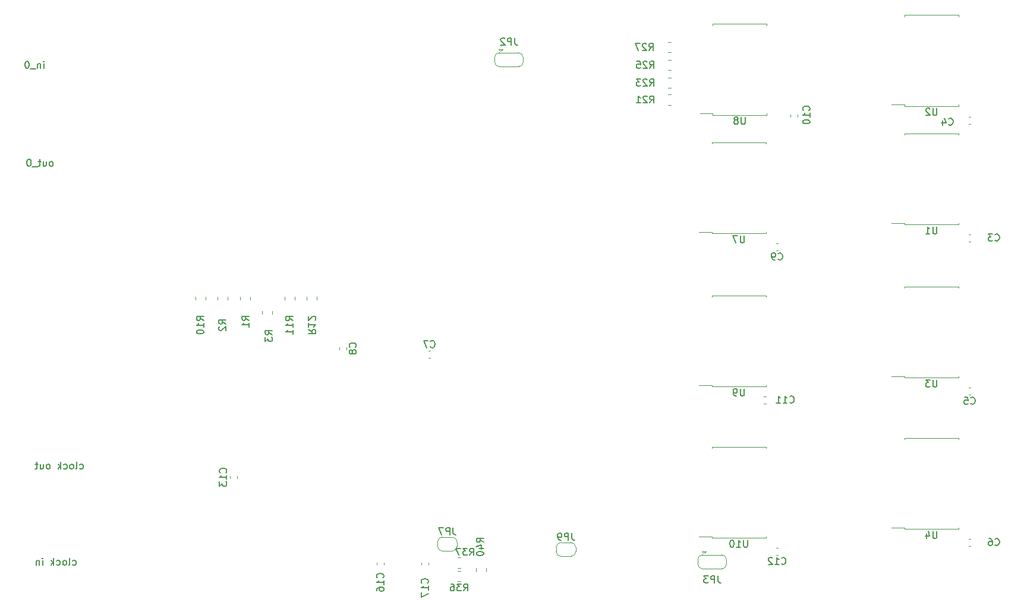
<source format=gbo>
%TF.GenerationSoftware,KiCad,Pcbnew,5.1.10-88a1d61d58~88~ubuntu18.04.1*%
%TF.CreationDate,2022-02-07T17:49:34+01:00*%
%TF.ProjectId,FPGA_buffer_board,46504741-5f62-4756-9666-65725f626f61,v1.4*%
%TF.SameCoordinates,Original*%
%TF.FileFunction,Legend,Bot*%
%TF.FilePolarity,Positive*%
%FSLAX46Y46*%
G04 Gerber Fmt 4.6, Leading zero omitted, Abs format (unit mm)*
G04 Created by KiCad (PCBNEW 5.1.10-88a1d61d58~88~ubuntu18.04.1) date 2022-02-07 17:49:34*
%MOMM*%
%LPD*%
G01*
G04 APERTURE LIST*
%ADD10C,0.150000*%
%ADD11C,0.200000*%
%ADD12C,0.120000*%
G04 APERTURE END LIST*
D10*
X102456952Y-136040761D02*
X102552190Y-136088380D01*
X102742666Y-136088380D01*
X102837904Y-136040761D01*
X102885523Y-135993142D01*
X102933142Y-135897904D01*
X102933142Y-135612190D01*
X102885523Y-135516952D01*
X102837904Y-135469333D01*
X102742666Y-135421714D01*
X102552190Y-135421714D01*
X102456952Y-135469333D01*
X101885523Y-136088380D02*
X101980761Y-136040761D01*
X102028380Y-135945523D01*
X102028380Y-135088380D01*
X101361714Y-136088380D02*
X101456952Y-136040761D01*
X101504571Y-135993142D01*
X101552190Y-135897904D01*
X101552190Y-135612190D01*
X101504571Y-135516952D01*
X101456952Y-135469333D01*
X101361714Y-135421714D01*
X101218857Y-135421714D01*
X101123619Y-135469333D01*
X101076000Y-135516952D01*
X101028380Y-135612190D01*
X101028380Y-135897904D01*
X101076000Y-135993142D01*
X101123619Y-136040761D01*
X101218857Y-136088380D01*
X101361714Y-136088380D01*
X100171238Y-136040761D02*
X100266476Y-136088380D01*
X100456952Y-136088380D01*
X100552190Y-136040761D01*
X100599809Y-135993142D01*
X100647428Y-135897904D01*
X100647428Y-135612190D01*
X100599809Y-135516952D01*
X100552190Y-135469333D01*
X100456952Y-135421714D01*
X100266476Y-135421714D01*
X100171238Y-135469333D01*
X99742666Y-136088380D02*
X99742666Y-135088380D01*
X99647428Y-135707428D02*
X99361714Y-136088380D01*
X99361714Y-135421714D02*
X99742666Y-135802666D01*
X98171238Y-136088380D02*
X98171238Y-135421714D01*
X98171238Y-135088380D02*
X98218857Y-135136000D01*
X98171238Y-135183619D01*
X98123619Y-135136000D01*
X98171238Y-135088380D01*
X98171238Y-135183619D01*
X97695047Y-135421714D02*
X97695047Y-136088380D01*
X97695047Y-135516952D02*
X97647428Y-135469333D01*
X97552190Y-135421714D01*
X97409333Y-135421714D01*
X97314095Y-135469333D01*
X97266476Y-135564571D01*
X97266476Y-136088380D01*
X103464952Y-122324761D02*
X103560190Y-122372380D01*
X103750666Y-122372380D01*
X103845904Y-122324761D01*
X103893523Y-122277142D01*
X103941142Y-122181904D01*
X103941142Y-121896190D01*
X103893523Y-121800952D01*
X103845904Y-121753333D01*
X103750666Y-121705714D01*
X103560190Y-121705714D01*
X103464952Y-121753333D01*
X102893523Y-122372380D02*
X102988761Y-122324761D01*
X103036380Y-122229523D01*
X103036380Y-121372380D01*
X102369714Y-122372380D02*
X102464952Y-122324761D01*
X102512571Y-122277142D01*
X102560190Y-122181904D01*
X102560190Y-121896190D01*
X102512571Y-121800952D01*
X102464952Y-121753333D01*
X102369714Y-121705714D01*
X102226857Y-121705714D01*
X102131619Y-121753333D01*
X102084000Y-121800952D01*
X102036380Y-121896190D01*
X102036380Y-122181904D01*
X102084000Y-122277142D01*
X102131619Y-122324761D01*
X102226857Y-122372380D01*
X102369714Y-122372380D01*
X101179238Y-122324761D02*
X101274476Y-122372380D01*
X101464952Y-122372380D01*
X101560190Y-122324761D01*
X101607809Y-122277142D01*
X101655428Y-122181904D01*
X101655428Y-121896190D01*
X101607809Y-121800952D01*
X101560190Y-121753333D01*
X101464952Y-121705714D01*
X101274476Y-121705714D01*
X101179238Y-121753333D01*
X100750666Y-122372380D02*
X100750666Y-121372380D01*
X100655428Y-121991428D02*
X100369714Y-122372380D01*
X100369714Y-121705714D02*
X100750666Y-122086666D01*
X99036380Y-122372380D02*
X99131619Y-122324761D01*
X99179238Y-122277142D01*
X99226857Y-122181904D01*
X99226857Y-121896190D01*
X99179238Y-121800952D01*
X99131619Y-121753333D01*
X99036380Y-121705714D01*
X98893523Y-121705714D01*
X98798285Y-121753333D01*
X98750666Y-121800952D01*
X98703047Y-121896190D01*
X98703047Y-122181904D01*
X98750666Y-122277142D01*
X98798285Y-122324761D01*
X98893523Y-122372380D01*
X99036380Y-122372380D01*
X97845904Y-121705714D02*
X97845904Y-122372380D01*
X98274476Y-121705714D02*
X98274476Y-122229523D01*
X98226857Y-122324761D01*
X98131619Y-122372380D01*
X97988761Y-122372380D01*
X97893523Y-122324761D01*
X97845904Y-122277142D01*
X97512571Y-121705714D02*
X97131619Y-121705714D01*
X97369714Y-121372380D02*
X97369714Y-122229523D01*
X97322095Y-122324761D01*
X97226857Y-122372380D01*
X97131619Y-122372380D01*
D11*
X98337523Y-65222380D02*
X98337523Y-64555714D01*
X98337523Y-64222380D02*
X98385142Y-64270000D01*
X98337523Y-64317619D01*
X98289904Y-64270000D01*
X98337523Y-64222380D01*
X98337523Y-64317619D01*
X97861333Y-64555714D02*
X97861333Y-65222380D01*
X97861333Y-64650952D02*
X97813714Y-64603333D01*
X97718476Y-64555714D01*
X97575619Y-64555714D01*
X97480380Y-64603333D01*
X97432761Y-64698571D01*
X97432761Y-65222380D01*
X97194666Y-65317619D02*
X96432761Y-65317619D01*
X96004190Y-64222380D02*
X95908952Y-64222380D01*
X95813714Y-64270000D01*
X95766095Y-64317619D01*
X95718476Y-64412857D01*
X95670857Y-64603333D01*
X95670857Y-64841428D01*
X95718476Y-65031904D01*
X95766095Y-65127142D01*
X95813714Y-65174761D01*
X95908952Y-65222380D01*
X96004190Y-65222380D01*
X96099428Y-65174761D01*
X96147047Y-65127142D01*
X96194666Y-65031904D01*
X96242285Y-64841428D01*
X96242285Y-64603333D01*
X96194666Y-64412857D01*
X96147047Y-64317619D01*
X96099428Y-64270000D01*
X96004190Y-64222380D01*
X99456666Y-79192380D02*
X99551904Y-79144761D01*
X99599523Y-79097142D01*
X99647142Y-79001904D01*
X99647142Y-78716190D01*
X99599523Y-78620952D01*
X99551904Y-78573333D01*
X99456666Y-78525714D01*
X99313809Y-78525714D01*
X99218571Y-78573333D01*
X99170952Y-78620952D01*
X99123333Y-78716190D01*
X99123333Y-79001904D01*
X99170952Y-79097142D01*
X99218571Y-79144761D01*
X99313809Y-79192380D01*
X99456666Y-79192380D01*
X98266190Y-78525714D02*
X98266190Y-79192380D01*
X98694761Y-78525714D02*
X98694761Y-79049523D01*
X98647142Y-79144761D01*
X98551904Y-79192380D01*
X98409047Y-79192380D01*
X98313809Y-79144761D01*
X98266190Y-79097142D01*
X97932857Y-78525714D02*
X97551904Y-78525714D01*
X97790000Y-78192380D02*
X97790000Y-79049523D01*
X97742380Y-79144761D01*
X97647142Y-79192380D01*
X97551904Y-79192380D01*
X97456666Y-79287619D02*
X96694761Y-79287619D01*
X96266190Y-78192380D02*
X96170952Y-78192380D01*
X96075714Y-78240000D01*
X96028095Y-78287619D01*
X95980476Y-78382857D01*
X95932857Y-78573333D01*
X95932857Y-78811428D01*
X95980476Y-79001904D01*
X96028095Y-79097142D01*
X96075714Y-79144761D01*
X96170952Y-79192380D01*
X96266190Y-79192380D01*
X96361428Y-79144761D01*
X96409047Y-79097142D01*
X96456666Y-79001904D01*
X96504285Y-78811428D01*
X96504285Y-78573333D01*
X96456666Y-78382857D01*
X96409047Y-78287619D01*
X96361428Y-78240000D01*
X96266190Y-78192380D01*
D12*
X187224936Y-62965000D02*
X187679064Y-62965000D01*
X187224936Y-61495000D02*
X187679064Y-61495000D01*
X187224936Y-65505000D02*
X187679064Y-65505000D01*
X187224936Y-64035000D02*
X187679064Y-64035000D01*
X187224936Y-68045000D02*
X187679064Y-68045000D01*
X187224936Y-66575000D02*
X187679064Y-66575000D01*
X187224936Y-70458000D02*
X187679064Y-70458000D01*
X187224936Y-68988000D02*
X187679064Y-68988000D01*
X172020000Y-134858000D02*
X173420000Y-134858000D01*
X174120000Y-134158000D02*
X174120000Y-133558000D01*
X173420000Y-132858000D02*
X172020000Y-132858000D01*
X171320000Y-133558000D02*
X171320000Y-134158000D01*
X171320000Y-134158000D02*
G75*
G03*
X172020000Y-134858000I700000J0D01*
G01*
X172020000Y-132858000D02*
G75*
G03*
X171320000Y-133558000I0J-700000D01*
G01*
X174120000Y-133558000D02*
G75*
G03*
X173420000Y-132858000I-700000J0D01*
G01*
X173420000Y-134858000D02*
G75*
G03*
X174120000Y-134158000I0J700000D01*
G01*
X157268936Y-135028000D02*
X157723064Y-135028000D01*
X157268936Y-136498000D02*
X157723064Y-136498000D01*
X157268936Y-136933000D02*
X157723064Y-136933000D01*
X157268936Y-138403000D02*
X157723064Y-138403000D01*
X161390000Y-136551936D02*
X161390000Y-137006064D01*
X159920000Y-136551936D02*
X159920000Y-137006064D01*
X155114000Y-134096000D02*
X156514000Y-134096000D01*
X157214000Y-133396000D02*
X157214000Y-132796000D01*
X156514000Y-132096000D02*
X155114000Y-132096000D01*
X154414000Y-132796000D02*
X154414000Y-133396000D01*
X154414000Y-133396000D02*
G75*
G03*
X155114000Y-134096000I700000J0D01*
G01*
X155114000Y-132096000D02*
G75*
G03*
X154414000Y-132796000I0J-700000D01*
G01*
X157214000Y-132796000D02*
G75*
G03*
X156514000Y-132096000I-700000J0D01*
G01*
X156514000Y-134096000D02*
G75*
G03*
X157214000Y-133396000I0J700000D01*
G01*
X193625000Y-71680000D02*
X191810000Y-71680000D01*
X193625000Y-71915000D02*
X193625000Y-71680000D01*
X197485000Y-71915000D02*
X193625000Y-71915000D01*
X201345000Y-71915000D02*
X201345000Y-71680000D01*
X197485000Y-71915000D02*
X201345000Y-71915000D01*
X193625000Y-58895000D02*
X193625000Y-59130000D01*
X197485000Y-58895000D02*
X193625000Y-58895000D01*
X201345000Y-58895000D02*
X201345000Y-59130000D01*
X197485000Y-58895000D02*
X201345000Y-58895000D01*
X224790000Y-96360000D02*
X228650000Y-96360000D01*
X228650000Y-96360000D02*
X228650000Y-96595000D01*
X224790000Y-96360000D02*
X220930000Y-96360000D01*
X220930000Y-96360000D02*
X220930000Y-96595000D01*
X224790000Y-109380000D02*
X228650000Y-109380000D01*
X228650000Y-109380000D02*
X228650000Y-109145000D01*
X224790000Y-109380000D02*
X220930000Y-109380000D01*
X220930000Y-109380000D02*
X220930000Y-109145000D01*
X220930000Y-109145000D02*
X219115000Y-109145000D01*
X224790000Y-117950000D02*
X228650000Y-117950000D01*
X228650000Y-117950000D02*
X228650000Y-118185000D01*
X224790000Y-117950000D02*
X220930000Y-117950000D01*
X220930000Y-117950000D02*
X220930000Y-118185000D01*
X224790000Y-130970000D02*
X228650000Y-130970000D01*
X228650000Y-130970000D02*
X228650000Y-130735000D01*
X224790000Y-130970000D02*
X220930000Y-130970000D01*
X220930000Y-130970000D02*
X220930000Y-130735000D01*
X220930000Y-130735000D02*
X219115000Y-130735000D01*
X192148000Y-136636000D02*
X194948000Y-136636000D01*
X195598000Y-135936000D02*
X195598000Y-135336000D01*
X194948000Y-134636000D02*
X192148000Y-134636000D01*
X191498000Y-135336000D02*
X191498000Y-135936000D01*
X192348000Y-134436000D02*
X192048000Y-134136000D01*
X192048000Y-134136000D02*
X192648000Y-134136000D01*
X192348000Y-134436000D02*
X192648000Y-134136000D01*
X194898000Y-136636000D02*
G75*
G03*
X195598000Y-135936000I0J700000D01*
G01*
X195598000Y-135336000D02*
G75*
G03*
X194898000Y-134636000I-700000J0D01*
G01*
X192198000Y-134636000D02*
G75*
G03*
X191498000Y-135336000I0J-700000D01*
G01*
X191498000Y-135936000D02*
G75*
G03*
X192198000Y-136636000I700000J0D01*
G01*
X197358000Y-75786000D02*
X201218000Y-75786000D01*
X201218000Y-75786000D02*
X201218000Y-76021000D01*
X197358000Y-75786000D02*
X193498000Y-75786000D01*
X193498000Y-75786000D02*
X193498000Y-76021000D01*
X197358000Y-88806000D02*
X201218000Y-88806000D01*
X201218000Y-88806000D02*
X201218000Y-88571000D01*
X197358000Y-88806000D02*
X193498000Y-88806000D01*
X193498000Y-88806000D02*
X193498000Y-88571000D01*
X193498000Y-88571000D02*
X191683000Y-88571000D01*
X193498000Y-110415000D02*
X191683000Y-110415000D01*
X193498000Y-110650000D02*
X193498000Y-110415000D01*
X197358000Y-110650000D02*
X193498000Y-110650000D01*
X201218000Y-110650000D02*
X201218000Y-110415000D01*
X197358000Y-110650000D02*
X201218000Y-110650000D01*
X193498000Y-97630000D02*
X193498000Y-97865000D01*
X197358000Y-97630000D02*
X193498000Y-97630000D01*
X201218000Y-97630000D02*
X201218000Y-97865000D01*
X197358000Y-97630000D02*
X201218000Y-97630000D01*
X193498000Y-132005000D02*
X191683000Y-132005000D01*
X193498000Y-132240000D02*
X193498000Y-132005000D01*
X197358000Y-132240000D02*
X193498000Y-132240000D01*
X201218000Y-132240000D02*
X201218000Y-132005000D01*
X197358000Y-132240000D02*
X201218000Y-132240000D01*
X193498000Y-119220000D02*
X193498000Y-119455000D01*
X197358000Y-119220000D02*
X193498000Y-119220000D01*
X201218000Y-119220000D02*
X201218000Y-119455000D01*
X197358000Y-119220000D02*
X201218000Y-119220000D01*
X163192000Y-65008000D02*
X165992000Y-65008000D01*
X166642000Y-64308000D02*
X166642000Y-63708000D01*
X165992000Y-63008000D02*
X163192000Y-63008000D01*
X162542000Y-63708000D02*
X162542000Y-64308000D01*
X163392000Y-62808000D02*
X163092000Y-62508000D01*
X163092000Y-62508000D02*
X163692000Y-62508000D01*
X163392000Y-62808000D02*
X163692000Y-62508000D01*
X162542000Y-64308000D02*
G75*
G03*
X163242000Y-65008000I700000J0D01*
G01*
X163242000Y-63008000D02*
G75*
G03*
X162542000Y-63708000I0J-700000D01*
G01*
X166642000Y-63708000D02*
G75*
G03*
X165942000Y-63008000I-700000J0D01*
G01*
X165942000Y-65008000D02*
G75*
G03*
X166642000Y-64308000I0J700000D01*
G01*
X220930000Y-87301000D02*
X219115000Y-87301000D01*
X220930000Y-87536000D02*
X220930000Y-87301000D01*
X224790000Y-87536000D02*
X220930000Y-87536000D01*
X228650000Y-87536000D02*
X228650000Y-87301000D01*
X224790000Y-87536000D02*
X228650000Y-87536000D01*
X220930000Y-74516000D02*
X220930000Y-74751000D01*
X224790000Y-74516000D02*
X220930000Y-74516000D01*
X228650000Y-74516000D02*
X228650000Y-74751000D01*
X224790000Y-74516000D02*
X228650000Y-74516000D01*
X220930000Y-70410000D02*
X219115000Y-70410000D01*
X220930000Y-70645000D02*
X220930000Y-70410000D01*
X224790000Y-70645000D02*
X220930000Y-70645000D01*
X228650000Y-70645000D02*
X228650000Y-70410000D01*
X224790000Y-70645000D02*
X228650000Y-70645000D01*
X220930000Y-57625000D02*
X220930000Y-57860000D01*
X224790000Y-57625000D02*
X220930000Y-57625000D01*
X228650000Y-57625000D02*
X228650000Y-57860000D01*
X224790000Y-57625000D02*
X228650000Y-57625000D01*
X202646233Y-91188000D02*
X202938767Y-91188000D01*
X202646233Y-90168000D02*
X202938767Y-90168000D01*
X204722000Y-71836233D02*
X204722000Y-72128767D01*
X205742000Y-71836233D02*
X205742000Y-72128767D01*
X201213767Y-112012000D02*
X200921233Y-112012000D01*
X201213767Y-113032000D02*
X200921233Y-113032000D01*
X202646233Y-133602000D02*
X202938767Y-133602000D01*
X202646233Y-134622000D02*
X202938767Y-134622000D01*
X145794000Y-136009767D02*
X145794000Y-135717233D01*
X146814000Y-136009767D02*
X146814000Y-135717233D01*
X152144000Y-136009767D02*
X152144000Y-135717233D01*
X153164000Y-136009767D02*
X153164000Y-135717233D01*
X124839000Y-123398233D02*
X124839000Y-123690767D01*
X125859000Y-123398233D02*
X125859000Y-123690767D01*
X230078233Y-88898000D02*
X230370767Y-88898000D01*
X230078233Y-89918000D02*
X230370767Y-89918000D01*
X230078233Y-73154000D02*
X230370767Y-73154000D01*
X230078233Y-72134000D02*
X230370767Y-72134000D01*
X230078233Y-111762000D02*
X230370767Y-111762000D01*
X230078233Y-110742000D02*
X230370767Y-110742000D01*
X230078233Y-132332000D02*
X230370767Y-132332000D01*
X230078233Y-133352000D02*
X230370767Y-133352000D01*
X153408767Y-105535000D02*
X153116233Y-105535000D01*
X153408767Y-106555000D02*
X153116233Y-106555000D01*
X140460000Y-105328767D02*
X140460000Y-105036233D01*
X141480000Y-105328767D02*
X141480000Y-105036233D01*
X127735000Y-98287064D02*
X127735000Y-97832936D01*
X126265000Y-98287064D02*
X126265000Y-97832936D01*
X123090000Y-98287064D02*
X123090000Y-97832936D01*
X124560000Y-98287064D02*
X124560000Y-97832936D01*
X129440000Y-99832936D02*
X129440000Y-100287064D01*
X130910000Y-99832936D02*
X130910000Y-100287064D01*
X119915000Y-98287064D02*
X119915000Y-97832936D01*
X121385000Y-98287064D02*
X121385000Y-97832936D01*
X134085000Y-98287064D02*
X134085000Y-97832936D01*
X132615000Y-98287064D02*
X132615000Y-97832936D01*
X135790000Y-98287064D02*
X135790000Y-97832936D01*
X137260000Y-98287064D02*
X137260000Y-97832936D01*
D10*
X184538857Y-62682380D02*
X184872190Y-62206190D01*
X185110285Y-62682380D02*
X185110285Y-61682380D01*
X184729333Y-61682380D01*
X184634095Y-61730000D01*
X184586476Y-61777619D01*
X184538857Y-61872857D01*
X184538857Y-62015714D01*
X184586476Y-62110952D01*
X184634095Y-62158571D01*
X184729333Y-62206190D01*
X185110285Y-62206190D01*
X184157904Y-61777619D02*
X184110285Y-61730000D01*
X184015047Y-61682380D01*
X183776952Y-61682380D01*
X183681714Y-61730000D01*
X183634095Y-61777619D01*
X183586476Y-61872857D01*
X183586476Y-61968095D01*
X183634095Y-62110952D01*
X184205523Y-62682380D01*
X183586476Y-62682380D01*
X183253142Y-61682380D02*
X182586476Y-61682380D01*
X183015047Y-62682380D01*
X184665857Y-65222380D02*
X184999190Y-64746190D01*
X185237285Y-65222380D02*
X185237285Y-64222380D01*
X184856333Y-64222380D01*
X184761095Y-64270000D01*
X184713476Y-64317619D01*
X184665857Y-64412857D01*
X184665857Y-64555714D01*
X184713476Y-64650952D01*
X184761095Y-64698571D01*
X184856333Y-64746190D01*
X185237285Y-64746190D01*
X184284904Y-64317619D02*
X184237285Y-64270000D01*
X184142047Y-64222380D01*
X183903952Y-64222380D01*
X183808714Y-64270000D01*
X183761095Y-64317619D01*
X183713476Y-64412857D01*
X183713476Y-64508095D01*
X183761095Y-64650952D01*
X184332523Y-65222380D01*
X183713476Y-65222380D01*
X182808714Y-64222380D02*
X183284904Y-64222380D01*
X183332523Y-64698571D01*
X183284904Y-64650952D01*
X183189666Y-64603333D01*
X182951571Y-64603333D01*
X182856333Y-64650952D01*
X182808714Y-64698571D01*
X182761095Y-64793809D01*
X182761095Y-65031904D01*
X182808714Y-65127142D01*
X182856333Y-65174761D01*
X182951571Y-65222380D01*
X183189666Y-65222380D01*
X183284904Y-65174761D01*
X183332523Y-65127142D01*
X184665857Y-67762380D02*
X184999190Y-67286190D01*
X185237285Y-67762380D02*
X185237285Y-66762380D01*
X184856333Y-66762380D01*
X184761095Y-66810000D01*
X184713476Y-66857619D01*
X184665857Y-66952857D01*
X184665857Y-67095714D01*
X184713476Y-67190952D01*
X184761095Y-67238571D01*
X184856333Y-67286190D01*
X185237285Y-67286190D01*
X184284904Y-66857619D02*
X184237285Y-66810000D01*
X184142047Y-66762380D01*
X183903952Y-66762380D01*
X183808714Y-66810000D01*
X183761095Y-66857619D01*
X183713476Y-66952857D01*
X183713476Y-67048095D01*
X183761095Y-67190952D01*
X184332523Y-67762380D01*
X183713476Y-67762380D01*
X183380142Y-66762380D02*
X182761095Y-66762380D01*
X183094428Y-67143333D01*
X182951571Y-67143333D01*
X182856333Y-67190952D01*
X182808714Y-67238571D01*
X182761095Y-67333809D01*
X182761095Y-67571904D01*
X182808714Y-67667142D01*
X182856333Y-67714761D01*
X182951571Y-67762380D01*
X183237285Y-67762380D01*
X183332523Y-67714761D01*
X183380142Y-67667142D01*
X184665857Y-70175380D02*
X184999190Y-69699190D01*
X185237285Y-70175380D02*
X185237285Y-69175380D01*
X184856333Y-69175380D01*
X184761095Y-69223000D01*
X184713476Y-69270619D01*
X184665857Y-69365857D01*
X184665857Y-69508714D01*
X184713476Y-69603952D01*
X184761095Y-69651571D01*
X184856333Y-69699190D01*
X185237285Y-69699190D01*
X184284904Y-69270619D02*
X184237285Y-69223000D01*
X184142047Y-69175380D01*
X183903952Y-69175380D01*
X183808714Y-69223000D01*
X183761095Y-69270619D01*
X183713476Y-69365857D01*
X183713476Y-69461095D01*
X183761095Y-69603952D01*
X184332523Y-70175380D01*
X183713476Y-70175380D01*
X182761095Y-70175380D02*
X183332523Y-70175380D01*
X183046809Y-70175380D02*
X183046809Y-69175380D01*
X183142047Y-69318238D01*
X183237285Y-69413476D01*
X183332523Y-69461095D01*
X173553333Y-131532380D02*
X173553333Y-132246666D01*
X173600952Y-132389523D01*
X173696190Y-132484761D01*
X173839047Y-132532380D01*
X173934285Y-132532380D01*
X173077142Y-132532380D02*
X173077142Y-131532380D01*
X172696190Y-131532380D01*
X172600952Y-131580000D01*
X172553333Y-131627619D01*
X172505714Y-131722857D01*
X172505714Y-131865714D01*
X172553333Y-131960952D01*
X172600952Y-132008571D01*
X172696190Y-132056190D01*
X173077142Y-132056190D01*
X172029523Y-132532380D02*
X171839047Y-132532380D01*
X171743809Y-132484761D01*
X171696190Y-132437142D01*
X171600952Y-132294285D01*
X171553333Y-132103809D01*
X171553333Y-131722857D01*
X171600952Y-131627619D01*
X171648571Y-131580000D01*
X171743809Y-131532380D01*
X171934285Y-131532380D01*
X172029523Y-131580000D01*
X172077142Y-131627619D01*
X172124761Y-131722857D01*
X172124761Y-131960952D01*
X172077142Y-132056190D01*
X172029523Y-132103809D01*
X171934285Y-132151428D01*
X171743809Y-132151428D01*
X171648571Y-132103809D01*
X171600952Y-132056190D01*
X171553333Y-131960952D01*
X159011857Y-134691380D02*
X159345190Y-134215190D01*
X159583285Y-134691380D02*
X159583285Y-133691380D01*
X159202333Y-133691380D01*
X159107095Y-133739000D01*
X159059476Y-133786619D01*
X159011857Y-133881857D01*
X159011857Y-134024714D01*
X159059476Y-134119952D01*
X159107095Y-134167571D01*
X159202333Y-134215190D01*
X159583285Y-134215190D01*
X158678523Y-133691380D02*
X158059476Y-133691380D01*
X158392809Y-134072333D01*
X158249952Y-134072333D01*
X158154714Y-134119952D01*
X158107095Y-134167571D01*
X158059476Y-134262809D01*
X158059476Y-134500904D01*
X158107095Y-134596142D01*
X158154714Y-134643761D01*
X158249952Y-134691380D01*
X158535666Y-134691380D01*
X158630904Y-134643761D01*
X158678523Y-134596142D01*
X157726142Y-133691380D02*
X157059476Y-133691380D01*
X157488047Y-134691380D01*
X158138857Y-139770380D02*
X158472190Y-139294190D01*
X158710285Y-139770380D02*
X158710285Y-138770380D01*
X158329333Y-138770380D01*
X158234095Y-138818000D01*
X158186476Y-138865619D01*
X158138857Y-138960857D01*
X158138857Y-139103714D01*
X158186476Y-139198952D01*
X158234095Y-139246571D01*
X158329333Y-139294190D01*
X158710285Y-139294190D01*
X157805523Y-138770380D02*
X157186476Y-138770380D01*
X157519809Y-139151333D01*
X157376952Y-139151333D01*
X157281714Y-139198952D01*
X157234095Y-139246571D01*
X157186476Y-139341809D01*
X157186476Y-139579904D01*
X157234095Y-139675142D01*
X157281714Y-139722761D01*
X157376952Y-139770380D01*
X157662666Y-139770380D01*
X157757904Y-139722761D01*
X157805523Y-139675142D01*
X156329333Y-138770380D02*
X156519809Y-138770380D01*
X156615047Y-138818000D01*
X156662666Y-138865619D01*
X156757904Y-139008476D01*
X156805523Y-139198952D01*
X156805523Y-139579904D01*
X156757904Y-139675142D01*
X156710285Y-139722761D01*
X156615047Y-139770380D01*
X156424571Y-139770380D01*
X156329333Y-139722761D01*
X156281714Y-139675142D01*
X156234095Y-139579904D01*
X156234095Y-139341809D01*
X156281714Y-139246571D01*
X156329333Y-139198952D01*
X156424571Y-139151333D01*
X156615047Y-139151333D01*
X156710285Y-139198952D01*
X156757904Y-139246571D01*
X156805523Y-139341809D01*
X160980380Y-132834142D02*
X160504190Y-132500809D01*
X160980380Y-132262714D02*
X159980380Y-132262714D01*
X159980380Y-132643666D01*
X160028000Y-132738904D01*
X160075619Y-132786523D01*
X160170857Y-132834142D01*
X160313714Y-132834142D01*
X160408952Y-132786523D01*
X160456571Y-132738904D01*
X160504190Y-132643666D01*
X160504190Y-132262714D01*
X160313714Y-133691285D02*
X160980380Y-133691285D01*
X159932761Y-133453190D02*
X160647047Y-133215095D01*
X160647047Y-133834142D01*
X159980380Y-134405571D02*
X159980380Y-134500809D01*
X160028000Y-134596047D01*
X160075619Y-134643666D01*
X160170857Y-134691285D01*
X160361333Y-134738904D01*
X160599428Y-134738904D01*
X160789904Y-134691285D01*
X160885142Y-134643666D01*
X160932761Y-134596047D01*
X160980380Y-134500809D01*
X160980380Y-134405571D01*
X160932761Y-134310333D01*
X160885142Y-134262714D01*
X160789904Y-134215095D01*
X160599428Y-134167476D01*
X160361333Y-134167476D01*
X160170857Y-134215095D01*
X160075619Y-134262714D01*
X160028000Y-134310333D01*
X159980380Y-134405571D01*
X156647333Y-130770380D02*
X156647333Y-131484666D01*
X156694952Y-131627523D01*
X156790190Y-131722761D01*
X156933047Y-131770380D01*
X157028285Y-131770380D01*
X156171142Y-131770380D02*
X156171142Y-130770380D01*
X155790190Y-130770380D01*
X155694952Y-130818000D01*
X155647333Y-130865619D01*
X155599714Y-130960857D01*
X155599714Y-131103714D01*
X155647333Y-131198952D01*
X155694952Y-131246571D01*
X155790190Y-131294190D01*
X156171142Y-131294190D01*
X155266380Y-130770380D02*
X154599714Y-130770380D01*
X155028285Y-131770380D01*
X198246904Y-72207380D02*
X198246904Y-73016904D01*
X198199285Y-73112142D01*
X198151666Y-73159761D01*
X198056428Y-73207380D01*
X197865952Y-73207380D01*
X197770714Y-73159761D01*
X197723095Y-73112142D01*
X197675476Y-73016904D01*
X197675476Y-72207380D01*
X197056428Y-72635952D02*
X197151666Y-72588333D01*
X197199285Y-72540714D01*
X197246904Y-72445476D01*
X197246904Y-72397857D01*
X197199285Y-72302619D01*
X197151666Y-72255000D01*
X197056428Y-72207380D01*
X196865952Y-72207380D01*
X196770714Y-72255000D01*
X196723095Y-72302619D01*
X196675476Y-72397857D01*
X196675476Y-72445476D01*
X196723095Y-72540714D01*
X196770714Y-72588333D01*
X196865952Y-72635952D01*
X197056428Y-72635952D01*
X197151666Y-72683571D01*
X197199285Y-72731190D01*
X197246904Y-72826428D01*
X197246904Y-73016904D01*
X197199285Y-73112142D01*
X197151666Y-73159761D01*
X197056428Y-73207380D01*
X196865952Y-73207380D01*
X196770714Y-73159761D01*
X196723095Y-73112142D01*
X196675476Y-73016904D01*
X196675476Y-72826428D01*
X196723095Y-72731190D01*
X196770714Y-72683571D01*
X196865952Y-72635952D01*
X225551904Y-109672380D02*
X225551904Y-110481904D01*
X225504285Y-110577142D01*
X225456666Y-110624761D01*
X225361428Y-110672380D01*
X225170952Y-110672380D01*
X225075714Y-110624761D01*
X225028095Y-110577142D01*
X224980476Y-110481904D01*
X224980476Y-109672380D01*
X224599523Y-109672380D02*
X223980476Y-109672380D01*
X224313809Y-110053333D01*
X224170952Y-110053333D01*
X224075714Y-110100952D01*
X224028095Y-110148571D01*
X223980476Y-110243809D01*
X223980476Y-110481904D01*
X224028095Y-110577142D01*
X224075714Y-110624761D01*
X224170952Y-110672380D01*
X224456666Y-110672380D01*
X224551904Y-110624761D01*
X224599523Y-110577142D01*
X225551904Y-131262380D02*
X225551904Y-132071904D01*
X225504285Y-132167142D01*
X225456666Y-132214761D01*
X225361428Y-132262380D01*
X225170952Y-132262380D01*
X225075714Y-132214761D01*
X225028095Y-132167142D01*
X224980476Y-132071904D01*
X224980476Y-131262380D01*
X224075714Y-131595714D02*
X224075714Y-132262380D01*
X224313809Y-131214761D02*
X224551904Y-131929047D01*
X223932857Y-131929047D01*
X194381333Y-137628380D02*
X194381333Y-138342666D01*
X194428952Y-138485523D01*
X194524190Y-138580761D01*
X194667047Y-138628380D01*
X194762285Y-138628380D01*
X193905142Y-138628380D02*
X193905142Y-137628380D01*
X193524190Y-137628380D01*
X193428952Y-137676000D01*
X193381333Y-137723619D01*
X193333714Y-137818857D01*
X193333714Y-137961714D01*
X193381333Y-138056952D01*
X193428952Y-138104571D01*
X193524190Y-138152190D01*
X193905142Y-138152190D01*
X193000380Y-137628380D02*
X192381333Y-137628380D01*
X192714666Y-138009333D01*
X192571809Y-138009333D01*
X192476571Y-138056952D01*
X192428952Y-138104571D01*
X192381333Y-138199809D01*
X192381333Y-138437904D01*
X192428952Y-138533142D01*
X192476571Y-138580761D01*
X192571809Y-138628380D01*
X192857523Y-138628380D01*
X192952761Y-138580761D01*
X193000380Y-138533142D01*
X198119904Y-89098380D02*
X198119904Y-89907904D01*
X198072285Y-90003142D01*
X198024666Y-90050761D01*
X197929428Y-90098380D01*
X197738952Y-90098380D01*
X197643714Y-90050761D01*
X197596095Y-90003142D01*
X197548476Y-89907904D01*
X197548476Y-89098380D01*
X197167523Y-89098380D02*
X196500857Y-89098380D01*
X196929428Y-90098380D01*
X198119904Y-110942380D02*
X198119904Y-111751904D01*
X198072285Y-111847142D01*
X198024666Y-111894761D01*
X197929428Y-111942380D01*
X197738952Y-111942380D01*
X197643714Y-111894761D01*
X197596095Y-111847142D01*
X197548476Y-111751904D01*
X197548476Y-110942380D01*
X197024666Y-111942380D02*
X196834190Y-111942380D01*
X196738952Y-111894761D01*
X196691333Y-111847142D01*
X196596095Y-111704285D01*
X196548476Y-111513809D01*
X196548476Y-111132857D01*
X196596095Y-111037619D01*
X196643714Y-110990000D01*
X196738952Y-110942380D01*
X196929428Y-110942380D01*
X197024666Y-110990000D01*
X197072285Y-111037619D01*
X197119904Y-111132857D01*
X197119904Y-111370952D01*
X197072285Y-111466190D01*
X197024666Y-111513809D01*
X196929428Y-111561428D01*
X196738952Y-111561428D01*
X196643714Y-111513809D01*
X196596095Y-111466190D01*
X196548476Y-111370952D01*
X198596095Y-132532380D02*
X198596095Y-133341904D01*
X198548476Y-133437142D01*
X198500857Y-133484761D01*
X198405619Y-133532380D01*
X198215142Y-133532380D01*
X198119904Y-133484761D01*
X198072285Y-133437142D01*
X198024666Y-133341904D01*
X198024666Y-132532380D01*
X197024666Y-133532380D02*
X197596095Y-133532380D01*
X197310380Y-133532380D02*
X197310380Y-132532380D01*
X197405619Y-132675238D01*
X197500857Y-132770476D01*
X197596095Y-132818095D01*
X196405619Y-132532380D02*
X196310380Y-132532380D01*
X196215142Y-132580000D01*
X196167523Y-132627619D01*
X196119904Y-132722857D01*
X196072285Y-132913333D01*
X196072285Y-133151428D01*
X196119904Y-133341904D01*
X196167523Y-133437142D01*
X196215142Y-133484761D01*
X196310380Y-133532380D01*
X196405619Y-133532380D01*
X196500857Y-133484761D01*
X196548476Y-133437142D01*
X196596095Y-133341904D01*
X196643714Y-133151428D01*
X196643714Y-132913333D01*
X196596095Y-132722857D01*
X196548476Y-132627619D01*
X196500857Y-132580000D01*
X196405619Y-132532380D01*
X165425333Y-60920380D02*
X165425333Y-61634666D01*
X165472952Y-61777523D01*
X165568190Y-61872761D01*
X165711047Y-61920380D01*
X165806285Y-61920380D01*
X164949142Y-61920380D02*
X164949142Y-60920380D01*
X164568190Y-60920380D01*
X164472952Y-60968000D01*
X164425333Y-61015619D01*
X164377714Y-61110857D01*
X164377714Y-61253714D01*
X164425333Y-61348952D01*
X164472952Y-61396571D01*
X164568190Y-61444190D01*
X164949142Y-61444190D01*
X163996761Y-61015619D02*
X163949142Y-60968000D01*
X163853904Y-60920380D01*
X163615809Y-60920380D01*
X163520571Y-60968000D01*
X163472952Y-61015619D01*
X163425333Y-61110857D01*
X163425333Y-61206095D01*
X163472952Y-61348952D01*
X164044380Y-61920380D01*
X163425333Y-61920380D01*
X225551904Y-87828380D02*
X225551904Y-88637904D01*
X225504285Y-88733142D01*
X225456666Y-88780761D01*
X225361428Y-88828380D01*
X225170952Y-88828380D01*
X225075714Y-88780761D01*
X225028095Y-88733142D01*
X224980476Y-88637904D01*
X224980476Y-87828380D01*
X223980476Y-88828380D02*
X224551904Y-88828380D01*
X224266190Y-88828380D02*
X224266190Y-87828380D01*
X224361428Y-87971238D01*
X224456666Y-88066476D01*
X224551904Y-88114095D01*
X225551904Y-70937380D02*
X225551904Y-71746904D01*
X225504285Y-71842142D01*
X225456666Y-71889761D01*
X225361428Y-71937380D01*
X225170952Y-71937380D01*
X225075714Y-71889761D01*
X225028095Y-71842142D01*
X224980476Y-71746904D01*
X224980476Y-70937380D01*
X224551904Y-71032619D02*
X224504285Y-70985000D01*
X224409047Y-70937380D01*
X224170952Y-70937380D01*
X224075714Y-70985000D01*
X224028095Y-71032619D01*
X223980476Y-71127857D01*
X223980476Y-71223095D01*
X224028095Y-71365952D01*
X224599523Y-71937380D01*
X223980476Y-71937380D01*
X202959166Y-92465142D02*
X203006785Y-92512761D01*
X203149642Y-92560380D01*
X203244880Y-92560380D01*
X203387738Y-92512761D01*
X203482976Y-92417523D01*
X203530595Y-92322285D01*
X203578214Y-92131809D01*
X203578214Y-91988952D01*
X203530595Y-91798476D01*
X203482976Y-91703238D01*
X203387738Y-91608000D01*
X203244880Y-91560380D01*
X203149642Y-91560380D01*
X203006785Y-91608000D01*
X202959166Y-91655619D01*
X202482976Y-92560380D02*
X202292500Y-92560380D01*
X202197261Y-92512761D01*
X202149642Y-92465142D01*
X202054404Y-92322285D01*
X202006785Y-92131809D01*
X202006785Y-91750857D01*
X202054404Y-91655619D01*
X202102023Y-91608000D01*
X202197261Y-91560380D01*
X202387738Y-91560380D01*
X202482976Y-91608000D01*
X202530595Y-91655619D01*
X202578214Y-91750857D01*
X202578214Y-91988952D01*
X202530595Y-92084190D01*
X202482976Y-92131809D01*
X202387738Y-92179428D01*
X202197261Y-92179428D01*
X202102023Y-92131809D01*
X202054404Y-92084190D01*
X202006785Y-91988952D01*
X207367142Y-71239142D02*
X207414761Y-71191523D01*
X207462380Y-71048666D01*
X207462380Y-70953428D01*
X207414761Y-70810571D01*
X207319523Y-70715333D01*
X207224285Y-70667714D01*
X207033809Y-70620095D01*
X206890952Y-70620095D01*
X206700476Y-70667714D01*
X206605238Y-70715333D01*
X206510000Y-70810571D01*
X206462380Y-70953428D01*
X206462380Y-71048666D01*
X206510000Y-71191523D01*
X206557619Y-71239142D01*
X207462380Y-72191523D02*
X207462380Y-71620095D01*
X207462380Y-71905809D02*
X206462380Y-71905809D01*
X206605238Y-71810571D01*
X206700476Y-71715333D01*
X206748095Y-71620095D01*
X206462380Y-72810571D02*
X206462380Y-72905809D01*
X206510000Y-73001047D01*
X206557619Y-73048666D01*
X206652857Y-73096285D01*
X206843333Y-73143904D01*
X207081428Y-73143904D01*
X207271904Y-73096285D01*
X207367142Y-73048666D01*
X207414761Y-73001047D01*
X207462380Y-72905809D01*
X207462380Y-72810571D01*
X207414761Y-72715333D01*
X207367142Y-72667714D01*
X207271904Y-72620095D01*
X207081428Y-72572476D01*
X206843333Y-72572476D01*
X206652857Y-72620095D01*
X206557619Y-72667714D01*
X206510000Y-72715333D01*
X206462380Y-72810571D01*
X204604857Y-112879142D02*
X204652476Y-112926761D01*
X204795333Y-112974380D01*
X204890571Y-112974380D01*
X205033428Y-112926761D01*
X205128666Y-112831523D01*
X205176285Y-112736285D01*
X205223904Y-112545809D01*
X205223904Y-112402952D01*
X205176285Y-112212476D01*
X205128666Y-112117238D01*
X205033428Y-112022000D01*
X204890571Y-111974380D01*
X204795333Y-111974380D01*
X204652476Y-112022000D01*
X204604857Y-112069619D01*
X203652476Y-112974380D02*
X204223904Y-112974380D01*
X203938190Y-112974380D02*
X203938190Y-111974380D01*
X204033428Y-112117238D01*
X204128666Y-112212476D01*
X204223904Y-112260095D01*
X202700095Y-112974380D02*
X203271523Y-112974380D01*
X202985809Y-112974380D02*
X202985809Y-111974380D01*
X203081047Y-112117238D01*
X203176285Y-112212476D01*
X203271523Y-112260095D01*
X203435357Y-135899142D02*
X203482976Y-135946761D01*
X203625833Y-135994380D01*
X203721071Y-135994380D01*
X203863928Y-135946761D01*
X203959166Y-135851523D01*
X204006785Y-135756285D01*
X204054404Y-135565809D01*
X204054404Y-135422952D01*
X204006785Y-135232476D01*
X203959166Y-135137238D01*
X203863928Y-135042000D01*
X203721071Y-134994380D01*
X203625833Y-134994380D01*
X203482976Y-135042000D01*
X203435357Y-135089619D01*
X202482976Y-135994380D02*
X203054404Y-135994380D01*
X202768690Y-135994380D02*
X202768690Y-134994380D01*
X202863928Y-135137238D01*
X202959166Y-135232476D01*
X203054404Y-135280095D01*
X202102023Y-135089619D02*
X202054404Y-135042000D01*
X201959166Y-134994380D01*
X201721071Y-134994380D01*
X201625833Y-135042000D01*
X201578214Y-135089619D01*
X201530595Y-135184857D01*
X201530595Y-135280095D01*
X201578214Y-135422952D01*
X202149642Y-135994380D01*
X201530595Y-135994380D01*
X146661142Y-137914142D02*
X146708761Y-137866523D01*
X146756380Y-137723666D01*
X146756380Y-137628428D01*
X146708761Y-137485571D01*
X146613523Y-137390333D01*
X146518285Y-137342714D01*
X146327809Y-137295095D01*
X146184952Y-137295095D01*
X145994476Y-137342714D01*
X145899238Y-137390333D01*
X145804000Y-137485571D01*
X145756380Y-137628428D01*
X145756380Y-137723666D01*
X145804000Y-137866523D01*
X145851619Y-137914142D01*
X146756380Y-138866523D02*
X146756380Y-138295095D01*
X146756380Y-138580809D02*
X145756380Y-138580809D01*
X145899238Y-138485571D01*
X145994476Y-138390333D01*
X146042095Y-138295095D01*
X145756380Y-139723666D02*
X145756380Y-139533190D01*
X145804000Y-139437952D01*
X145851619Y-139390333D01*
X145994476Y-139295095D01*
X146184952Y-139247476D01*
X146565904Y-139247476D01*
X146661142Y-139295095D01*
X146708761Y-139342714D01*
X146756380Y-139437952D01*
X146756380Y-139628428D01*
X146708761Y-139723666D01*
X146661142Y-139771285D01*
X146565904Y-139818904D01*
X146327809Y-139818904D01*
X146232571Y-139771285D01*
X146184952Y-139723666D01*
X146137333Y-139628428D01*
X146137333Y-139437952D01*
X146184952Y-139342714D01*
X146232571Y-139295095D01*
X146327809Y-139247476D01*
X153011142Y-138676142D02*
X153058761Y-138628523D01*
X153106380Y-138485666D01*
X153106380Y-138390428D01*
X153058761Y-138247571D01*
X152963523Y-138152333D01*
X152868285Y-138104714D01*
X152677809Y-138057095D01*
X152534952Y-138057095D01*
X152344476Y-138104714D01*
X152249238Y-138152333D01*
X152154000Y-138247571D01*
X152106380Y-138390428D01*
X152106380Y-138485666D01*
X152154000Y-138628523D01*
X152201619Y-138676142D01*
X153106380Y-139628523D02*
X153106380Y-139057095D01*
X153106380Y-139342809D02*
X152106380Y-139342809D01*
X152249238Y-139247571D01*
X152344476Y-139152333D01*
X152392095Y-139057095D01*
X152106380Y-139961857D02*
X152106380Y-140628523D01*
X153106380Y-140199952D01*
X124276142Y-122901642D02*
X124323761Y-122854023D01*
X124371380Y-122711166D01*
X124371380Y-122615928D01*
X124323761Y-122473071D01*
X124228523Y-122377833D01*
X124133285Y-122330214D01*
X123942809Y-122282595D01*
X123799952Y-122282595D01*
X123609476Y-122330214D01*
X123514238Y-122377833D01*
X123419000Y-122473071D01*
X123371380Y-122615928D01*
X123371380Y-122711166D01*
X123419000Y-122854023D01*
X123466619Y-122901642D01*
X124371380Y-123854023D02*
X124371380Y-123282595D01*
X124371380Y-123568309D02*
X123371380Y-123568309D01*
X123514238Y-123473071D01*
X123609476Y-123377833D01*
X123657095Y-123282595D01*
X123371380Y-124187357D02*
X123371380Y-124806404D01*
X123752333Y-124473071D01*
X123752333Y-124615928D01*
X123799952Y-124711166D01*
X123847571Y-124758785D01*
X123942809Y-124806404D01*
X124180904Y-124806404D01*
X124276142Y-124758785D01*
X124323761Y-124711166D01*
X124371380Y-124615928D01*
X124371380Y-124330214D01*
X124323761Y-124234976D01*
X124276142Y-124187357D01*
X233846666Y-89765142D02*
X233894285Y-89812761D01*
X234037142Y-89860380D01*
X234132380Y-89860380D01*
X234275238Y-89812761D01*
X234370476Y-89717523D01*
X234418095Y-89622285D01*
X234465714Y-89431809D01*
X234465714Y-89288952D01*
X234418095Y-89098476D01*
X234370476Y-89003238D01*
X234275238Y-88908000D01*
X234132380Y-88860380D01*
X234037142Y-88860380D01*
X233894285Y-88908000D01*
X233846666Y-88955619D01*
X233513333Y-88860380D02*
X232894285Y-88860380D01*
X233227619Y-89241333D01*
X233084761Y-89241333D01*
X232989523Y-89288952D01*
X232941904Y-89336571D01*
X232894285Y-89431809D01*
X232894285Y-89669904D01*
X232941904Y-89765142D01*
X232989523Y-89812761D01*
X233084761Y-89860380D01*
X233370476Y-89860380D01*
X233465714Y-89812761D01*
X233513333Y-89765142D01*
X227242666Y-73255142D02*
X227290285Y-73302761D01*
X227433142Y-73350380D01*
X227528380Y-73350380D01*
X227671238Y-73302761D01*
X227766476Y-73207523D01*
X227814095Y-73112285D01*
X227861714Y-72921809D01*
X227861714Y-72778952D01*
X227814095Y-72588476D01*
X227766476Y-72493238D01*
X227671238Y-72398000D01*
X227528380Y-72350380D01*
X227433142Y-72350380D01*
X227290285Y-72398000D01*
X227242666Y-72445619D01*
X226385523Y-72683714D02*
X226385523Y-73350380D01*
X226623619Y-72302761D02*
X226861714Y-73017047D01*
X226242666Y-73017047D01*
X230391166Y-113039142D02*
X230438785Y-113086761D01*
X230581642Y-113134380D01*
X230676880Y-113134380D01*
X230819738Y-113086761D01*
X230914976Y-112991523D01*
X230962595Y-112896285D01*
X231010214Y-112705809D01*
X231010214Y-112562952D01*
X230962595Y-112372476D01*
X230914976Y-112277238D01*
X230819738Y-112182000D01*
X230676880Y-112134380D01*
X230581642Y-112134380D01*
X230438785Y-112182000D01*
X230391166Y-112229619D01*
X229486404Y-112134380D02*
X229962595Y-112134380D01*
X230010214Y-112610571D01*
X229962595Y-112562952D01*
X229867357Y-112515333D01*
X229629261Y-112515333D01*
X229534023Y-112562952D01*
X229486404Y-112610571D01*
X229438785Y-112705809D01*
X229438785Y-112943904D01*
X229486404Y-113039142D01*
X229534023Y-113086761D01*
X229629261Y-113134380D01*
X229867357Y-113134380D01*
X229962595Y-113086761D01*
X230010214Y-113039142D01*
X233846666Y-133199142D02*
X233894285Y-133246761D01*
X234037142Y-133294380D01*
X234132380Y-133294380D01*
X234275238Y-133246761D01*
X234370476Y-133151523D01*
X234418095Y-133056285D01*
X234465714Y-132865809D01*
X234465714Y-132722952D01*
X234418095Y-132532476D01*
X234370476Y-132437238D01*
X234275238Y-132342000D01*
X234132380Y-132294380D01*
X234037142Y-132294380D01*
X233894285Y-132342000D01*
X233846666Y-132389619D01*
X232989523Y-132294380D02*
X233180000Y-132294380D01*
X233275238Y-132342000D01*
X233322857Y-132389619D01*
X233418095Y-132532476D01*
X233465714Y-132722952D01*
X233465714Y-133103904D01*
X233418095Y-133199142D01*
X233370476Y-133246761D01*
X233275238Y-133294380D01*
X233084761Y-133294380D01*
X232989523Y-133246761D01*
X232941904Y-133199142D01*
X232894285Y-133103904D01*
X232894285Y-132865809D01*
X232941904Y-132770571D01*
X232989523Y-132722952D01*
X233084761Y-132675333D01*
X233275238Y-132675333D01*
X233370476Y-132722952D01*
X233418095Y-132770571D01*
X233465714Y-132865809D01*
X153429166Y-104972142D02*
X153476785Y-105019761D01*
X153619642Y-105067380D01*
X153714880Y-105067380D01*
X153857738Y-105019761D01*
X153952976Y-104924523D01*
X154000595Y-104829285D01*
X154048214Y-104638809D01*
X154048214Y-104495952D01*
X154000595Y-104305476D01*
X153952976Y-104210238D01*
X153857738Y-104115000D01*
X153714880Y-104067380D01*
X153619642Y-104067380D01*
X153476785Y-104115000D01*
X153429166Y-104162619D01*
X153095833Y-104067380D02*
X152429166Y-104067380D01*
X152857738Y-105067380D01*
X142757142Y-105015833D02*
X142804761Y-104968214D01*
X142852380Y-104825357D01*
X142852380Y-104730119D01*
X142804761Y-104587261D01*
X142709523Y-104492023D01*
X142614285Y-104444404D01*
X142423809Y-104396785D01*
X142280952Y-104396785D01*
X142090476Y-104444404D01*
X141995238Y-104492023D01*
X141900000Y-104587261D01*
X141852380Y-104730119D01*
X141852380Y-104825357D01*
X141900000Y-104968214D01*
X141947619Y-105015833D01*
X142280952Y-105587261D02*
X142233333Y-105492023D01*
X142185714Y-105444404D01*
X142090476Y-105396785D01*
X142042857Y-105396785D01*
X141947619Y-105444404D01*
X141900000Y-105492023D01*
X141852380Y-105587261D01*
X141852380Y-105777738D01*
X141900000Y-105872976D01*
X141947619Y-105920595D01*
X142042857Y-105968214D01*
X142090476Y-105968214D01*
X142185714Y-105920595D01*
X142233333Y-105872976D01*
X142280952Y-105777738D01*
X142280952Y-105587261D01*
X142328571Y-105492023D01*
X142376190Y-105444404D01*
X142471428Y-105396785D01*
X142661904Y-105396785D01*
X142757142Y-105444404D01*
X142804761Y-105492023D01*
X142852380Y-105587261D01*
X142852380Y-105777738D01*
X142804761Y-105872976D01*
X142757142Y-105920595D01*
X142661904Y-105968214D01*
X142471428Y-105968214D01*
X142376190Y-105920595D01*
X142328571Y-105872976D01*
X142280952Y-105777738D01*
X127579380Y-101179333D02*
X127103190Y-100846000D01*
X127579380Y-100607904D02*
X126579380Y-100607904D01*
X126579380Y-100988857D01*
X126627000Y-101084095D01*
X126674619Y-101131714D01*
X126769857Y-101179333D01*
X126912714Y-101179333D01*
X127007952Y-101131714D01*
X127055571Y-101084095D01*
X127103190Y-100988857D01*
X127103190Y-100607904D01*
X127579380Y-102131714D02*
X127579380Y-101560285D01*
X127579380Y-101846000D02*
X126579380Y-101846000D01*
X126722238Y-101750761D01*
X126817476Y-101655523D01*
X126865095Y-101560285D01*
X124277380Y-101703333D02*
X123801190Y-101370000D01*
X124277380Y-101131904D02*
X123277380Y-101131904D01*
X123277380Y-101512857D01*
X123325000Y-101608095D01*
X123372619Y-101655714D01*
X123467857Y-101703333D01*
X123610714Y-101703333D01*
X123705952Y-101655714D01*
X123753571Y-101608095D01*
X123801190Y-101512857D01*
X123801190Y-101131904D01*
X123372619Y-102084285D02*
X123325000Y-102131904D01*
X123277380Y-102227142D01*
X123277380Y-102465238D01*
X123325000Y-102560476D01*
X123372619Y-102608095D01*
X123467857Y-102655714D01*
X123563095Y-102655714D01*
X123705952Y-102608095D01*
X124277380Y-102036666D01*
X124277380Y-102655714D01*
X130881380Y-103211333D02*
X130405190Y-102878000D01*
X130881380Y-102639904D02*
X129881380Y-102639904D01*
X129881380Y-103020857D01*
X129929000Y-103116095D01*
X129976619Y-103163714D01*
X130071857Y-103211333D01*
X130214714Y-103211333D01*
X130309952Y-103163714D01*
X130357571Y-103116095D01*
X130405190Y-103020857D01*
X130405190Y-102639904D01*
X129881380Y-103544666D02*
X129881380Y-104163714D01*
X130262333Y-103830380D01*
X130262333Y-103973238D01*
X130309952Y-104068476D01*
X130357571Y-104116095D01*
X130452809Y-104163714D01*
X130690904Y-104163714D01*
X130786142Y-104116095D01*
X130833761Y-104068476D01*
X130881380Y-103973238D01*
X130881380Y-103687523D01*
X130833761Y-103592285D01*
X130786142Y-103544666D01*
X121102380Y-101211142D02*
X120626190Y-100877809D01*
X121102380Y-100639714D02*
X120102380Y-100639714D01*
X120102380Y-101020666D01*
X120150000Y-101115904D01*
X120197619Y-101163523D01*
X120292857Y-101211142D01*
X120435714Y-101211142D01*
X120530952Y-101163523D01*
X120578571Y-101115904D01*
X120626190Y-101020666D01*
X120626190Y-100639714D01*
X121102380Y-102163523D02*
X121102380Y-101592095D01*
X121102380Y-101877809D02*
X120102380Y-101877809D01*
X120245238Y-101782571D01*
X120340476Y-101687333D01*
X120388095Y-101592095D01*
X120102380Y-102782571D02*
X120102380Y-102877809D01*
X120150000Y-102973047D01*
X120197619Y-103020666D01*
X120292857Y-103068285D01*
X120483333Y-103115904D01*
X120721428Y-103115904D01*
X120911904Y-103068285D01*
X121007142Y-103020666D01*
X121054761Y-102973047D01*
X121102380Y-102877809D01*
X121102380Y-102782571D01*
X121054761Y-102687333D01*
X121007142Y-102639714D01*
X120911904Y-102592095D01*
X120721428Y-102544476D01*
X120483333Y-102544476D01*
X120292857Y-102592095D01*
X120197619Y-102639714D01*
X120150000Y-102687333D01*
X120102380Y-102782571D01*
X133802380Y-101227142D02*
X133326190Y-100893809D01*
X133802380Y-100655714D02*
X132802380Y-100655714D01*
X132802380Y-101036666D01*
X132850000Y-101131904D01*
X132897619Y-101179523D01*
X132992857Y-101227142D01*
X133135714Y-101227142D01*
X133230952Y-101179523D01*
X133278571Y-101131904D01*
X133326190Y-101036666D01*
X133326190Y-100655714D01*
X133802380Y-102179523D02*
X133802380Y-101608095D01*
X133802380Y-101893809D02*
X132802380Y-101893809D01*
X132945238Y-101798571D01*
X133040476Y-101703333D01*
X133088095Y-101608095D01*
X133802380Y-103131904D02*
X133802380Y-102560476D01*
X133802380Y-102846190D02*
X132802380Y-102846190D01*
X132945238Y-102750952D01*
X133040476Y-102655714D01*
X133088095Y-102560476D01*
X136072619Y-102496857D02*
X136548809Y-102830190D01*
X136072619Y-103068285D02*
X137072619Y-103068285D01*
X137072619Y-102687333D01*
X137025000Y-102592095D01*
X136977380Y-102544476D01*
X136882142Y-102496857D01*
X136739285Y-102496857D01*
X136644047Y-102544476D01*
X136596428Y-102592095D01*
X136548809Y-102687333D01*
X136548809Y-103068285D01*
X136072619Y-101544476D02*
X136072619Y-102115904D01*
X136072619Y-101830190D02*
X137072619Y-101830190D01*
X136929761Y-101925428D01*
X136834523Y-102020666D01*
X136786904Y-102115904D01*
X136977380Y-101163523D02*
X137025000Y-101115904D01*
X137072619Y-101020666D01*
X137072619Y-100782571D01*
X137025000Y-100687333D01*
X136977380Y-100639714D01*
X136882142Y-100592095D01*
X136786904Y-100592095D01*
X136644047Y-100639714D01*
X136072619Y-101211142D01*
X136072619Y-100592095D01*
M02*

</source>
